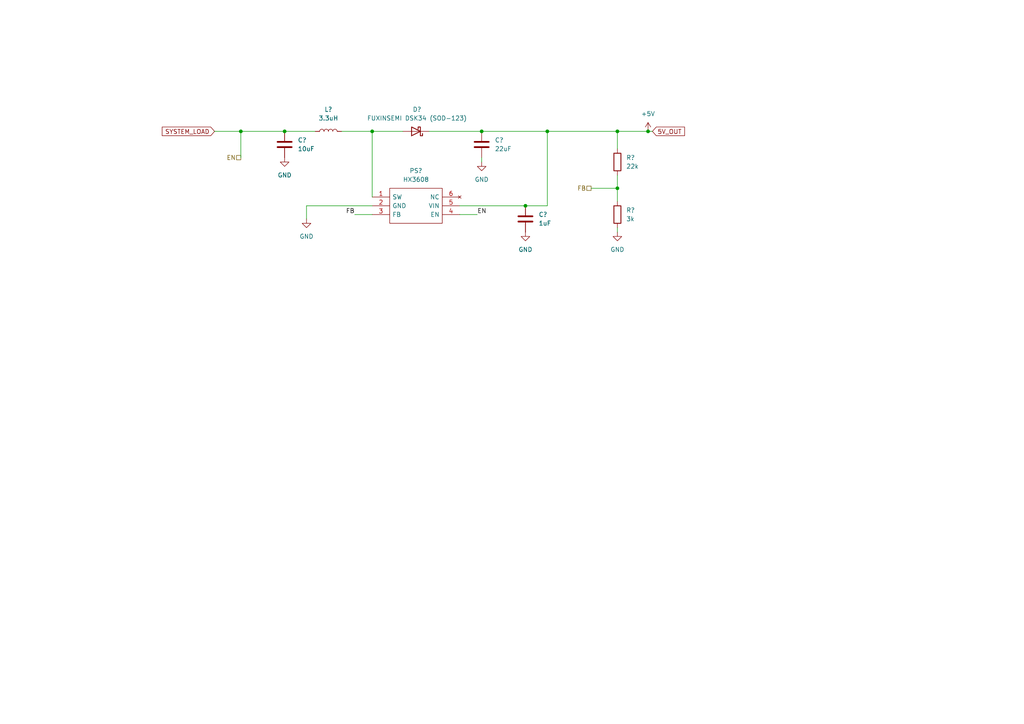
<source format=kicad_sch>
(kicad_sch (version 20211123) (generator eeschema)
  (paper "A4")
  (lib_symbols
    (symbol "Device:C" (pin_numbers hide) (pin_names (offset 0.254))
      (property "Reference" "C" (at 0.635 2.54 0))
      (property "Value" "C" (at 0.635 -2.54 0))
      (symbol "C_0_1"
        (polyline (pts (xy -2.032 -0.762) (xy 2.032 -0.762)) (stroke (width 0.508)))
        (polyline (pts (xy -2.032 0.762) (xy 2.032 0.762)) (stroke (width 0.508)))
      )
      (symbol "C_1_1"
        (pin passive line (at 0 3.81 270) (length 2.794) (name "~") (number "1"))
        (pin passive line (at 0 -3.81 90) (length 2.794) (name "~") (number "2"))
      )
    )
    (symbol "Device:L" (pin_numbers hide) (pin_names (offset 1.016) hide)
      (property "Reference" "L" (at -1.27 0 90))
      (property "Value" "L" (at 1.905 0 90))
      (symbol "L_0_1"
        (arc (start 0 -2.54) (mid 0.635 -1.905) (end 0 -1.27))
        (arc (start 0 -1.27) (mid 0.635 -0.635) (end 0 0))
        (arc (start 0 0) (mid 0.635 0.635) (end 0 1.27))
        (arc (start 0 1.27) (mid 0.635 1.905) (end 0 2.54))
      )
      (symbol "L_1_1"
        (pin passive line (at 0 3.81 270) (length 1.27) (name "1") (number "1"))
        (pin passive line (at 0 -3.81 90) (length 1.27) (name "2") (number "2"))
      )
    )
    (symbol "Device:R" (pin_numbers hide) (pin_names (offset 0))
      (property "Reference" "R" (at 2.032 0 90))
      (property "Value" "R" (at 0 0 90))
      (symbol "R_0_1"
        (rectangle (start -1.016 -2.54) (end 1.016 2.54) (stroke (width 0.254)))
      )
      (symbol "R_1_1"
        (pin passive line (at 0 3.81 270) (length 1.27) (name "~") (number "1"))
        (pin passive line (at 0 -3.81 90) (length 1.27) (name "~") (number "2"))
      )
    )
    (symbol "Diode:BAT42W-V" (pin_numbers hide) (pin_names (offset 1.016) hide)
      (property "Reference" "D" (at 0 2.54 0))
      (property "Value" "BAT42W-V" (at 0 -2.54 0))
      (symbol "BAT42W-V_0_1"
        (polyline (pts (xy 1.27 0) (xy -1.27 0)))
        (polyline (pts (xy 1.27 1.27) (xy 1.27 -1.27) (xy -1.27 0) (xy 1.27 1.27)) (stroke (width 0.254)))
        (polyline (pts (xy -1.905 0.635) (xy -1.905 1.27) (xy -1.27 1.27) (xy -1.27 -1.27) (xy -0.635 -1.27) (xy -0.635 -0.635)) (stroke (width 0.254)))
      )
      (symbol "BAT42W-V_1_1"
        (pin passive line (at -3.81 0 0) (length 2.54) (name "K") (number "1"))
        (pin passive line (at 3.81 0 180) (length 2.54) (name "A") (number "2"))
      )
    )
    (symbol "SamacSys_Parts:HX3608" (pin_names (offset 0.762))
      (property "Reference" "PS" (at 21.59 7.62 0))
      (property "Value" "HX3608" (at 21.59 5.08 0))
      (symbol "HX3608_0_0"
        (pin passive line (at 0 0 0) (length 5.08) (name "SW") (number "1"))
        (pin passive line (at 0 -2.54 0) (length 5.08) (name "GND") (number "2"))
        (pin passive line (at 0 -5.08 0) (length 5.08) (name "FB") (number "3"))
        (pin passive line (at 25.4 -5.08 180) (length 5.08) (name "EN") (number "4"))
        (pin passive line (at 25.4 -2.54 180) (length 5.08) (name "VIN") (number "5"))
        (pin no_connect line (at 25.4 0 180) (length 5.08) (name "NC") (number "6"))
      )
      (symbol "HX3608_0_1"
        (polyline (pts (xy 5.08 2.54) (xy 20.32 2.54) (xy 20.32 -7.62) (xy 5.08 -7.62) (xy 5.08 2.54)) (stroke (width 0.1524)))
      )
    )
    (symbol "power:+5V" (power) (pin_names (offset 0))
      (property "Value" "+5V" (at 0 3.556 0))
      (symbol "+5V_0_1"
        (polyline (pts (xy -0.762 1.27) (xy 0 2.54)))
        (polyline (pts (xy 0 0) (xy 0 2.54)))
        (polyline (pts (xy 0 2.54) (xy 0.762 1.27)))
      )
      (symbol "+5V_1_1"
        (pin power_in line (at 0 0 90) (length 0) hide (name "+5V") (number "1"))
      )
    )
    (symbol "power:GND" (power) (pin_names (offset 0))
      (property "Value" "GND" (at 0 -3.81 0))
      (symbol "GND_0_1"
        (polyline (pts (xy 0 0) (xy 0 -1.27) (xy 1.27 -1.27) (xy 0 -2.54) (xy -1.27 -1.27) (xy 0 -1.27)))
      )
      (symbol "GND_1_1"
        (pin power_in line (at 0 0 270) (length 0) hide (name "GND") (number "1"))
      )
    )
  )
  (junction (at 139.7 38.1))
  (junction (at 179.07 38.1))
  (junction (at 179.07 54.61))
  (junction (at 82.55 38.1))
  (junction (at 152.4 59.69))
  (junction (at 187.96 38.1))
  (junction (at 107.95 38.1))
  (junction (at 158.75 38.1))
  (junction (at 69.85 38.1))
  (wire (pts (xy 82.55 38.1) (xy 91.44 38.1)))
  (wire (pts (xy 62.23 38.1) (xy 69.85 38.1)))
  (wire (pts (xy 139.7 45.72) (xy 139.7 46.99)))
  (wire (pts (xy 187.96 38.1) (xy 189.23 38.1)))
  (wire (pts (xy 179.07 66.04) (xy 179.07 67.31)))
  (wire (pts (xy 99.06 38.1) (xy 107.95 38.1)))
  (wire (pts (xy 69.85 38.1) (xy 82.55 38.1)))
  (wire (pts (xy 102.87 62.23) (xy 107.95 62.23)))
  (wire (pts (xy 171.45 54.61) (xy 179.07 54.61)))
  (wire (pts (xy 152.4 59.69) (xy 158.75 59.69)))
  (wire (pts (xy 124.46 38.1) (xy 139.7 38.1)))
  (wire (pts (xy 133.35 59.69) (xy 152.4 59.69)))
  (wire (pts (xy 133.35 62.23) (xy 138.43 62.23)))
  (wire (pts (xy 139.7 38.1) (xy 158.75 38.1)))
  (wire (pts (xy 158.75 59.69) (xy 158.75 38.1)))
  (wire (pts (xy 158.75 38.1) (xy 179.07 38.1)))
  (wire (pts (xy 88.9 59.69) (xy 88.9 63.5)))
  (wire (pts (xy 179.07 54.61) (xy 179.07 58.42)))
  (wire (pts (xy 69.85 38.1) (xy 69.85 45.72)))
  (wire (pts (xy 107.95 59.69) (xy 88.9 59.69)))
  (wire (pts (xy 179.07 38.1) (xy 187.96 38.1)))
  (wire (pts (xy 107.95 38.1) (xy 107.95 57.15)))
  (wire (pts (xy 179.07 50.8) (xy 179.07 54.61)))
  (wire (pts (xy 179.07 43.18) (xy 179.07 38.1)))
  (wire (pts (xy 107.95 38.1) (xy 116.84 38.1)))
  (label "FB" (at 102.87 62.23 180))
  (label "EN" (at 138.43 62.23 0))
  (global_label "5V_OUT" (shape input) (at 189.23 38.1 0) (property "Intersheet References" "${INTERSHEET_REFS}" (effects hide)))
  (global_label "SYSTEM_LOAD" (shape input) (at 62.23 38.1 180) (property "Intersheet References" "${INTERSHEET_REFS}" (effects hide)))
  (hierarchical_label "EN" (shape passive) (at 69.85 45.72 180))
  (hierarchical_label "FB" (shape passive) (at 171.45 54.61 180))
  (symbol (lib_id "SamacSys_Parts:HX3608") (at 107.95 57.15 0) (unit 1)
    (property "Reference" "PS?" (at 120.65 49.53 0))
    (property "Value" "HX3608" (at 120.65 52.07 0))
    (property "Footprint" "SOT95P280X125-6N" (effects hide))
    (property "Datasheet" "https://datasheet.lcsc.com/szlcsc/1811201211_hengjiaxing-HX3608_C296278.pdf" (effects hide))
    (property "Description" "DC-DC Converters Step-Up Adjustable 1 2V 24V 2.5V 28V 3.5A (Switch) SOT-23-6L RoHS" (effects hide))
    (property "Height" "1.25" (effects hide))
    (property "Manufacturer_Name" "hengjiaxing" (effects hide))
    (property "Manufacturer_Part_Number" "HX3608" (effects hide))
  )
  (symbol (lib_id "power:GND") (at 88.9 63.5 0) (unit 1)
    (property "Reference" "#PWR?" (effects hide))
    (property "Value" "GND" (at 88.9 68.58 0))
  )
  (symbol (lib_id "Device:L") (at 95.25 38.1 90) (unit 1)
    (property "Reference" "L?" (at 95.25 31.75 90))
    (property "Value" "3.3uH" (at 95.25 34.29 90))
    (property "Footprint" "inductors:inductors" (effects hide))
  )
  (symbol (lib_id "power:GND") (at 139.7 46.99 0) (unit 1)
    (property "Reference" "#PWR?" (effects hide))
    (property "Value" "GND" (at 139.7 52.07 0))
  )
  (symbol (lib_id "power:GND") (at 152.4 67.31 0) (unit 1)
    (property "Reference" "#PWR?" (effects hide))
    (property "Value" "GND" (at 152.4 72.39 0))
  )
  (symbol (lib_id "power:GND") (at 179.07 67.31 0) (unit 1)
    (property "Reference" "#PWR?" (effects hide))
    (property "Value" "GND" (at 179.07 72.39 0))
  )
  (symbol (lib_id "Device:C") (at 152.4 63.5 0) (unit 1)
    (property "Reference" "C?" (at 156.21 62.2299 0) (effects (justify left)))
    (property "Value" "1uF" (at 156.21 64.7699 0) (effects (justify left)))
    (property "Footprint" "Capacitor_SMD:C_0805_2012Metric_Pad1.18x1.45mm_HandSolder" (effects hide))
  )
  (symbol (lib_id "Device:R") (at 179.07 62.23 0) (unit 1)
    (property "Reference" "R?" (at 181.61 60.9599 0) (effects (justify left)))
    (property "Value" "3k" (at 181.61 63.4999 0) (effects (justify left)))
    (property "Footprint" "Resistor_SMD:R_0805_2012Metric_Pad1.20x1.40mm_HandSolder" (effects hide))
  )
  (symbol (lib_id "Diode:BAT42W-V") (at 120.65 38.1 180) (unit 1)
    (property "Reference" "D?" (at 120.9675 31.75 0))
    (property "Value" "FUXINSEMI DSK34 (SOD-123)" (at 120.9675 34.29 0))
    (property "Footprint" "Diode_SMD:D_SOD-123" (effects hide))
    (property "Datasheet" "https://datasheet.lcsc.com/lcsc/2010271836_FUXINSEMI-DSK34_C908230.pdf" (effects hide))
  )
  (symbol (lib_id "Device:C") (at 82.55 41.91 0) (unit 1)
    (property "Reference" "C?" (at 86.36 40.6399 0) (effects (justify left)))
    (property "Value" "10uF" (at 86.36 43.1799 0) (effects (justify left)))
    (property "Footprint" "Capacitor_SMD:C_0805_2012Metric_Pad1.18x1.45mm_HandSolder" (effects hide))
  )
  (symbol (lib_id "power:GND") (at 82.55 45.72 0) (unit 1)
    (property "Reference" "#PWR?" (effects hide))
    (property "Value" "GND" (at 82.55 50.8 0))
  )
  (symbol (lib_id "power:+5V") (at 187.96 38.1 0) (unit 1)
    (property "Reference" "#PWR?" (effects hide))
    (property "Value" "+5V" (at 187.96 33.02 0))
  )
  (symbol (lib_id "Device:R") (at 179.07 46.99 0) (unit 1)
    (property "Reference" "R?" (at 181.61 45.7199 0) (effects (justify left)))
    (property "Value" "22k" (at 181.61 48.2599 0) (effects (justify left)))
    (property "Footprint" "Resistor_SMD:R_0805_2012Metric_Pad1.20x1.40mm_HandSolder" (effects hide))
  )
  (symbol (lib_id "Device:C") (at 139.7 41.91 0) (unit 1)
    (property "Reference" "C?" (at 143.51 40.6399 0) (effects (justify left)))
    (property "Value" "22uF" (at 143.51 43.1799 0) (effects (justify left)))
    (property "Footprint" "Capacitor_SMD:C_0805_2012Metric_Pad1.18x1.45mm_HandSolder" (effects hide))
  )
)
</source>
